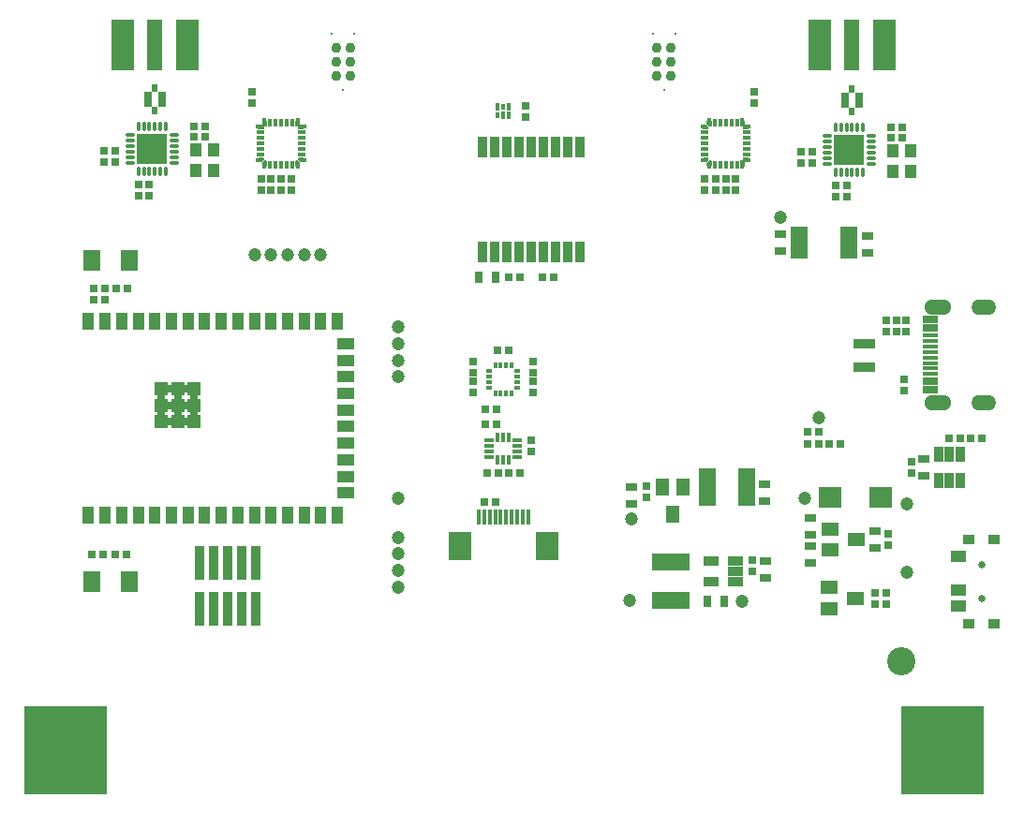
<source format=gbs>
G04*
G04 #@! TF.GenerationSoftware,Altium Limited,Altium Designer,22.1.2 (22)*
G04*
G04 Layer_Color=16711935*
%FSLAX25Y25*%
%MOIN*%
G70*
G04*
G04 #@! TF.SameCoordinates,C32A1214-328F-4996-A91D-0F4ED86882B3*
G04*
G04*
G04 #@! TF.FilePolarity,Negative*
G04*
G01*
G75*
%ADD23R,0.08465X0.18307*%
%ADD27C,0.02953*%
%ADD28C,0.00984*%
%ADD29C,0.02559*%
%ADD30O,0.08858X0.05315*%
%ADD31O,0.09646X0.05315*%
%ADD32C,0.00591*%
%ADD33C,0.10039*%
%ADD98R,0.04921X0.04921*%
%ADD99R,0.04134X0.06496*%
%ADD100R,0.06496X0.04134*%
%ADD101R,0.02591X0.02991*%
%ADD102R,0.01968X0.01772*%
%ADD103R,0.02756X0.01772*%
%ADD104R,0.01772X0.01968*%
%ADD105R,0.01772X0.02756*%
%ADD106R,0.11142X0.11142*%
%ADD107O,0.01457X0.03347*%
%ADD108O,0.03347X0.01457*%
%ADD109R,0.04134X0.04528*%
%ADD110R,0.02756X0.05512*%
%ADD111R,0.01968X0.02756*%
%ADD112R,0.02991X0.02591*%
%ADD113R,0.01772X0.02362*%
%ADD114R,0.02362X0.01772*%
%ADD115R,0.03248X0.01575*%
%ADD116R,0.01575X0.03248*%
%ADD117C,0.03689*%
%ADD118R,0.04091X0.03091*%
%ADD119C,0.04737*%
%ADD120R,0.03091X0.04091*%
%ADD121R,0.05315X0.03347*%
%ADD122R,0.06496X0.11614*%
%ADD123R,0.13583X0.06102*%
%ADD124R,0.03347X0.05315*%
%ADD125R,0.04528X0.06496*%
%ADD126R,0.06102X0.13583*%
%ADD127R,0.06496X0.04528*%
%ADD128R,0.08465X0.07677*%
%ADD129R,0.04370X0.03740*%
%ADD130R,0.05512X0.04134*%
%ADD131R,0.05512X0.02953*%
%ADD132R,0.05512X0.01772*%
%ADD133R,0.03550X0.12211*%
%ADD134R,0.02559X0.03740*%
%ADD135R,0.06102X0.07284*%
%ADD136R,0.01378X0.02559*%
%ADD137R,0.01378X0.02362*%
%ADD138R,0.03347X0.07677*%
%ADD139R,0.03740X0.07677*%
%ADD140R,0.29528X0.31181*%
%ADD141R,0.08465X0.10433*%
%ADD142R,0.01772X0.05512*%
%ADD143R,0.05315X0.18307*%
G36*
X91680Y257182D02*
X91725Y257172D01*
X91768Y257154D01*
X91808Y257129D01*
X91843Y257099D01*
X91874Y257064D01*
X91898Y257024D01*
X91916Y256981D01*
X91926Y256936D01*
X91930Y256890D01*
Y256299D01*
X91926Y256253D01*
X91916Y256208D01*
X91903Y256177D01*
X91898Y256165D01*
X91874Y256125D01*
X91843Y256090D01*
X91253Y255499D01*
X91217Y255469D01*
X91178Y255445D01*
X91135Y255427D01*
X91090Y255416D01*
X91043Y255413D01*
X90158D01*
X90111Y255416D01*
X90066Y255427D01*
X90023Y255445D01*
X89983Y255469D01*
X89948Y255499D01*
X89918Y255535D01*
X89894Y255574D01*
X89876Y255617D01*
X89865Y255662D01*
X89861Y255709D01*
Y256890D01*
X89865Y256936D01*
X89876Y256981D01*
X89894Y257024D01*
X89918Y257064D01*
X89948Y257099D01*
X89983Y257129D01*
X90023Y257154D01*
X90066Y257172D01*
X90111Y257182D01*
X90158Y257186D01*
X91634D01*
X91680Y257182D01*
D02*
G37*
G36*
X92763Y256100D02*
X92808Y256089D01*
X92851Y256071D01*
X92891Y256047D01*
X92926Y256016D01*
X92956Y255981D01*
X92980Y255942D01*
X92998Y255899D01*
X93009Y255853D01*
X93013Y255807D01*
Y254331D01*
X93009Y254284D01*
X92998Y254239D01*
X92980Y254196D01*
X92956Y254157D01*
X92926Y254121D01*
X92891Y254091D01*
X92851Y254067D01*
X92808Y254049D01*
X92763Y254038D01*
X92716Y254034D01*
X91535D01*
X91489Y254038D01*
X91444Y254049D01*
X91401Y254067D01*
X91361Y254091D01*
X91326Y254121D01*
X91296Y254157D01*
X91272Y254196D01*
X91254Y254239D01*
X91243Y254284D01*
X91239Y254331D01*
Y255217D01*
X91243Y255263D01*
X91254Y255308D01*
X91272Y255351D01*
X91296Y255391D01*
X91326Y255426D01*
X91917Y256016D01*
X91952Y256047D01*
X91992Y256071D01*
X92004Y256076D01*
X92035Y256089D01*
X92080Y256100D01*
X92126Y256103D01*
X92716D01*
X92763Y256100D01*
D02*
G37*
G36*
Y270371D02*
X92808Y270360D01*
X92851Y270343D01*
X92891Y270318D01*
X92926Y270288D01*
X92956Y270253D01*
X92980Y270213D01*
X92998Y270170D01*
X93009Y270125D01*
X93013Y270079D01*
Y268602D01*
X93009Y268556D01*
X92998Y268511D01*
X92980Y268468D01*
X92956Y268428D01*
X92926Y268393D01*
X92891Y268363D01*
X92851Y268338D01*
X92808Y268321D01*
X92763Y268310D01*
X92716Y268306D01*
X92126D01*
X92080Y268310D01*
X92035Y268321D01*
X92004Y268333D01*
X91992Y268338D01*
X91952Y268363D01*
X91917Y268393D01*
X91326Y268984D01*
X91296Y269019D01*
X91272Y269058D01*
X91254Y269101D01*
X91243Y269147D01*
X91239Y269193D01*
Y270079D01*
X91243Y270125D01*
X91254Y270170D01*
X91272Y270213D01*
X91296Y270253D01*
X91326Y270288D01*
X91361Y270318D01*
X91401Y270343D01*
X91444Y270360D01*
X91489Y270371D01*
X91535Y270375D01*
X92716D01*
X92763Y270371D01*
D02*
G37*
G36*
X91090Y268993D02*
X91135Y268983D01*
X91178Y268965D01*
X91217Y268940D01*
X91253Y268910D01*
X91843Y268320D01*
X91874Y268284D01*
X91898Y268245D01*
X91903Y268232D01*
X91916Y268202D01*
X91926Y268157D01*
X91930Y268110D01*
Y267520D01*
X91926Y267473D01*
X91916Y267428D01*
X91898Y267385D01*
X91874Y267346D01*
X91843Y267310D01*
X91808Y267280D01*
X91768Y267256D01*
X91725Y267238D01*
X91680Y267227D01*
X91634Y267224D01*
X90158D01*
X90111Y267227D01*
X90066Y267238D01*
X90023Y267256D01*
X89983Y267280D01*
X89948Y267310D01*
X89918Y267346D01*
X89894Y267385D01*
X89876Y267428D01*
X89865Y267473D01*
X89861Y267520D01*
Y268701D01*
X89865Y268747D01*
X89876Y268792D01*
X89894Y268835D01*
X89918Y268875D01*
X89948Y268910D01*
X89983Y268940D01*
X90023Y268965D01*
X90066Y268983D01*
X90111Y268993D01*
X90158Y268997D01*
X91043D01*
X91090Y268993D01*
D02*
G37*
G36*
X105952Y257182D02*
X105997Y257172D01*
X106040Y257154D01*
X106080Y257129D01*
X106115Y257099D01*
X106145Y257064D01*
X106169Y257024D01*
X106187Y256981D01*
X106198Y256936D01*
X106202Y256890D01*
Y255709D01*
X106198Y255662D01*
X106187Y255617D01*
X106169Y255574D01*
X106145Y255535D01*
X106115Y255499D01*
X106080Y255469D01*
X106040Y255445D01*
X105997Y255427D01*
X105952Y255416D01*
X105905Y255413D01*
X105020D01*
X104973Y255416D01*
X104928Y255427D01*
X104885Y255445D01*
X104846Y255469D01*
X104810Y255499D01*
X104220Y256090D01*
X104190Y256125D01*
X104165Y256165D01*
X104160Y256177D01*
X104147Y256208D01*
X104137Y256253D01*
X104133Y256299D01*
Y256890D01*
X104137Y256936D01*
X104148Y256981D01*
X104165Y257024D01*
X104190Y257064D01*
X104220Y257099D01*
X104255Y257129D01*
X104295Y257154D01*
X104338Y257172D01*
X104383Y257182D01*
X104429Y257186D01*
X105905D01*
X105952Y257182D01*
D02*
G37*
G36*
X103983Y256100D02*
X104028Y256089D01*
X104059Y256076D01*
X104071Y256071D01*
X104111Y256047D01*
X104147Y256016D01*
X104737Y255426D01*
X104767Y255391D01*
X104791Y255351D01*
X104809Y255308D01*
X104820Y255263D01*
X104824Y255217D01*
Y254331D01*
X104820Y254284D01*
X104809Y254239D01*
X104791Y254196D01*
X104767Y254157D01*
X104737Y254121D01*
X104702Y254091D01*
X104662Y254067D01*
X104619Y254049D01*
X104574Y254038D01*
X104528Y254034D01*
X103347D01*
X103300Y254038D01*
X103255Y254049D01*
X103212Y254067D01*
X103172Y254091D01*
X103137Y254121D01*
X103107Y254157D01*
X103083Y254196D01*
X103065Y254239D01*
X103054Y254284D01*
X103050Y254331D01*
Y255807D01*
X103054Y255853D01*
X103065Y255899D01*
X103083Y255942D01*
X103107Y255981D01*
X103137Y256016D01*
X103172Y256047D01*
X103212Y256071D01*
X103255Y256089D01*
X103300Y256100D01*
X103347Y256103D01*
X103937D01*
X103983Y256100D01*
D02*
G37*
G36*
X104574Y270371D02*
X104619Y270360D01*
X104662Y270343D01*
X104702Y270318D01*
X104737Y270288D01*
X104767Y270253D01*
X104791Y270213D01*
X104809Y270170D01*
X104820Y270125D01*
X104824Y270079D01*
Y269193D01*
X104820Y269147D01*
X104809Y269101D01*
X104791Y269058D01*
X104767Y269019D01*
X104737Y268984D01*
X104147Y268393D01*
X104111Y268363D01*
X104071Y268338D01*
X104059Y268333D01*
X104028Y268321D01*
X103983Y268310D01*
X103937Y268306D01*
X103347D01*
X103300Y268310D01*
X103255Y268321D01*
X103212Y268338D01*
X103172Y268363D01*
X103137Y268393D01*
X103107Y268428D01*
X103083Y268468D01*
X103065Y268511D01*
X103054Y268556D01*
X103050Y268602D01*
Y270079D01*
X103054Y270125D01*
X103065Y270170D01*
X103083Y270213D01*
X103107Y270253D01*
X103137Y270288D01*
X103172Y270318D01*
X103212Y270343D01*
X103255Y270360D01*
X103300Y270371D01*
X103347Y270375D01*
X104528D01*
X104574Y270371D01*
D02*
G37*
G36*
X105952Y268993D02*
X105997Y268983D01*
X106040Y268965D01*
X106080Y268940D01*
X106115Y268910D01*
X106145Y268875D01*
X106169Y268835D01*
X106187Y268792D01*
X106198Y268747D01*
X106202Y268701D01*
Y267520D01*
X106198Y267473D01*
X106187Y267428D01*
X106169Y267385D01*
X106145Y267346D01*
X106115Y267310D01*
X106080Y267280D01*
X106040Y267256D01*
X105997Y267238D01*
X105952Y267227D01*
X105905Y267224D01*
X104429D01*
X104383Y267227D01*
X104338Y267238D01*
X104295Y267256D01*
X104255Y267280D01*
X104220Y267310D01*
X104190Y267346D01*
X104165Y267385D01*
X104148Y267428D01*
X104137Y267473D01*
X104133Y267520D01*
Y268110D01*
X104137Y268157D01*
X104147Y268202D01*
X104160Y268232D01*
X104165Y268245D01*
X104190Y268284D01*
X104220Y268320D01*
X104810Y268910D01*
X104846Y268940D01*
X104885Y268965D01*
X104928Y268983D01*
X104973Y268993D01*
X105020Y268997D01*
X105905D01*
X105952Y268993D01*
D02*
G37*
G36*
X249948Y257182D02*
X249993Y257172D01*
X250036Y257154D01*
X250076Y257129D01*
X250111Y257099D01*
X250141Y257064D01*
X250166Y257024D01*
X250183Y256981D01*
X250194Y256936D01*
X250198Y256890D01*
Y256299D01*
X250194Y256253D01*
X250183Y256208D01*
X250171Y256177D01*
X250166Y256165D01*
X250141Y256125D01*
X250111Y256090D01*
X249520Y255499D01*
X249485Y255469D01*
X249446Y255445D01*
X249403Y255427D01*
X249357Y255416D01*
X249311Y255413D01*
X248425D01*
X248379Y255416D01*
X248334Y255427D01*
X248291Y255445D01*
X248251Y255469D01*
X248216Y255499D01*
X248186Y255535D01*
X248161Y255574D01*
X248144Y255617D01*
X248133Y255662D01*
X248129Y255709D01*
Y256890D01*
X248133Y256936D01*
X248144Y256981D01*
X248161Y257024D01*
X248186Y257064D01*
X248216Y257099D01*
X248251Y257129D01*
X248291Y257154D01*
X248334Y257172D01*
X248379Y257182D01*
X248425Y257186D01*
X249902D01*
X249948Y257182D01*
D02*
G37*
G36*
X251031Y256100D02*
X251076Y256089D01*
X251119Y256071D01*
X251158Y256047D01*
X251194Y256016D01*
X251224Y255981D01*
X251248Y255942D01*
X251266Y255899D01*
X251277Y255853D01*
X251280Y255807D01*
Y254331D01*
X251277Y254284D01*
X251266Y254239D01*
X251248Y254196D01*
X251224Y254157D01*
X251194Y254121D01*
X251158Y254091D01*
X251119Y254067D01*
X251076Y254049D01*
X251031Y254038D01*
X250984Y254034D01*
X249803D01*
X249757Y254038D01*
X249712Y254049D01*
X249669Y254067D01*
X249629Y254091D01*
X249594Y254121D01*
X249564Y254157D01*
X249539Y254196D01*
X249521Y254239D01*
X249511Y254284D01*
X249507Y254331D01*
Y255217D01*
X249511Y255263D01*
X249521Y255308D01*
X249539Y255351D01*
X249564Y255391D01*
X249594Y255426D01*
X250184Y256016D01*
X250220Y256047D01*
X250259Y256071D01*
X250272Y256076D01*
X250302Y256089D01*
X250347Y256100D01*
X250394Y256103D01*
X250984D01*
X251031Y256100D01*
D02*
G37*
G36*
Y270371D02*
X251076Y270360D01*
X251119Y270343D01*
X251158Y270318D01*
X251194Y270288D01*
X251224Y270253D01*
X251248Y270213D01*
X251266Y270170D01*
X251277Y270125D01*
X251280Y270079D01*
Y268602D01*
X251277Y268556D01*
X251266Y268511D01*
X251248Y268468D01*
X251224Y268428D01*
X251194Y268393D01*
X251158Y268363D01*
X251119Y268338D01*
X251076Y268321D01*
X251031Y268310D01*
X250984Y268306D01*
X250394D01*
X250347Y268310D01*
X250302Y268321D01*
X250272Y268333D01*
X250259Y268338D01*
X250220Y268363D01*
X250184Y268393D01*
X249594Y268984D01*
X249564Y269019D01*
X249539Y269058D01*
X249521Y269101D01*
X249511Y269147D01*
X249507Y269193D01*
Y270079D01*
X249511Y270125D01*
X249521Y270170D01*
X249539Y270213D01*
X249564Y270253D01*
X249594Y270288D01*
X249629Y270318D01*
X249669Y270343D01*
X249712Y270360D01*
X249757Y270371D01*
X249803Y270375D01*
X250984D01*
X251031Y270371D01*
D02*
G37*
G36*
X249357Y268993D02*
X249403Y268983D01*
X249446Y268965D01*
X249485Y268940D01*
X249520Y268910D01*
X250111Y268320D01*
X250141Y268284D01*
X250166Y268245D01*
X250171Y268232D01*
X250183Y268202D01*
X250194Y268157D01*
X250198Y268110D01*
Y267520D01*
X250194Y267473D01*
X250183Y267428D01*
X250166Y267385D01*
X250141Y267346D01*
X250111Y267310D01*
X250076Y267280D01*
X250036Y267256D01*
X249993Y267238D01*
X249948Y267227D01*
X249902Y267224D01*
X248425D01*
X248379Y267227D01*
X248334Y267238D01*
X248291Y267256D01*
X248251Y267280D01*
X248216Y267310D01*
X248186Y267346D01*
X248161Y267385D01*
X248144Y267428D01*
X248133Y267473D01*
X248129Y267520D01*
Y268701D01*
X248133Y268747D01*
X248144Y268792D01*
X248161Y268835D01*
X248186Y268875D01*
X248216Y268910D01*
X248251Y268940D01*
X248291Y268965D01*
X248334Y268983D01*
X248379Y268993D01*
X248425Y268997D01*
X249311D01*
X249357Y268993D01*
D02*
G37*
G36*
X264220Y257182D02*
X264265Y257172D01*
X264308Y257154D01*
X264347Y257129D01*
X264383Y257099D01*
X264413Y257064D01*
X264437Y257024D01*
X264455Y256981D01*
X264466Y256936D01*
X264469Y256890D01*
Y255709D01*
X264466Y255662D01*
X264455Y255617D01*
X264437Y255574D01*
X264413Y255535D01*
X264383Y255499D01*
X264347Y255469D01*
X264308Y255445D01*
X264265Y255427D01*
X264220Y255416D01*
X264173Y255413D01*
X263287D01*
X263241Y255416D01*
X263196Y255427D01*
X263153Y255445D01*
X263113Y255469D01*
X263078Y255499D01*
X262487Y256090D01*
X262457Y256125D01*
X262433Y256165D01*
X262428Y256177D01*
X262415Y256208D01*
X262404Y256253D01*
X262401Y256299D01*
Y256890D01*
X262404Y256936D01*
X262415Y256981D01*
X262433Y257024D01*
X262457Y257064D01*
X262487Y257099D01*
X262523Y257129D01*
X262562Y257154D01*
X262605Y257172D01*
X262650Y257182D01*
X262697Y257186D01*
X264173D01*
X264220Y257182D01*
D02*
G37*
G36*
X262251Y256100D02*
X262296Y256089D01*
X262327Y256076D01*
X262339Y256071D01*
X262379Y256047D01*
X262414Y256016D01*
X263005Y255426D01*
X263035Y255391D01*
X263059Y255351D01*
X263077Y255308D01*
X263088Y255263D01*
X263091Y255217D01*
Y254331D01*
X263088Y254284D01*
X263077Y254239D01*
X263059Y254196D01*
X263035Y254157D01*
X263005Y254121D01*
X262969Y254091D01*
X262930Y254067D01*
X262887Y254049D01*
X262842Y254038D01*
X262795Y254034D01*
X261614D01*
X261568Y254038D01*
X261523Y254049D01*
X261480Y254067D01*
X261440Y254091D01*
X261405Y254121D01*
X261375Y254157D01*
X261350Y254196D01*
X261333Y254239D01*
X261322Y254284D01*
X261318Y254331D01*
Y255807D01*
X261322Y255853D01*
X261333Y255899D01*
X261350Y255942D01*
X261375Y255981D01*
X261405Y256016D01*
X261440Y256047D01*
X261480Y256071D01*
X261523Y256089D01*
X261568Y256100D01*
X261614Y256103D01*
X262205D01*
X262251Y256100D01*
D02*
G37*
G36*
X262842Y270371D02*
X262887Y270360D01*
X262930Y270343D01*
X262969Y270318D01*
X263005Y270288D01*
X263035Y270253D01*
X263059Y270213D01*
X263077Y270170D01*
X263088Y270125D01*
X263091Y270079D01*
Y269193D01*
X263088Y269147D01*
X263077Y269101D01*
X263059Y269058D01*
X263035Y269019D01*
X263005Y268984D01*
X262414Y268393D01*
X262379Y268363D01*
X262339Y268338D01*
X262327Y268333D01*
X262296Y268321D01*
X262251Y268310D01*
X262205Y268306D01*
X261614D01*
X261568Y268310D01*
X261523Y268321D01*
X261480Y268338D01*
X261440Y268363D01*
X261405Y268393D01*
X261375Y268428D01*
X261350Y268468D01*
X261333Y268511D01*
X261322Y268556D01*
X261318Y268602D01*
Y270079D01*
X261322Y270125D01*
X261333Y270170D01*
X261350Y270213D01*
X261375Y270253D01*
X261405Y270288D01*
X261440Y270318D01*
X261480Y270343D01*
X261523Y270360D01*
X261568Y270371D01*
X261614Y270375D01*
X262795D01*
X262842Y270371D01*
D02*
G37*
G36*
X264220Y268993D02*
X264265Y268983D01*
X264308Y268965D01*
X264347Y268940D01*
X264383Y268910D01*
X264413Y268875D01*
X264437Y268835D01*
X264455Y268792D01*
X264466Y268747D01*
X264469Y268701D01*
Y267520D01*
X264466Y267473D01*
X264455Y267428D01*
X264437Y267385D01*
X264413Y267346D01*
X264383Y267310D01*
X264347Y267280D01*
X264308Y267256D01*
X264265Y267238D01*
X264220Y267227D01*
X264173Y267224D01*
X262697D01*
X262650Y267227D01*
X262605Y267238D01*
X262562Y267256D01*
X262523Y267280D01*
X262487Y267310D01*
X262457Y267346D01*
X262433Y267385D01*
X262415Y267428D01*
X262404Y267473D01*
X262401Y267520D01*
Y268110D01*
X262404Y268157D01*
X262415Y268202D01*
X262428Y268232D01*
X262433Y268245D01*
X262457Y268284D01*
X262487Y268320D01*
X263078Y268910D01*
X263113Y268940D01*
X263153Y268965D01*
X263196Y268983D01*
X263241Y268993D01*
X263287Y268997D01*
X264173D01*
X264220Y268993D01*
D02*
G37*
D23*
X64567Y297244D02*
D03*
X41732D02*
D03*
X312598D02*
D03*
X289764D02*
D03*
D27*
X58268Y169055D02*
D03*
Y174961D02*
D03*
Y163150D02*
D03*
X64173Y174961D02*
D03*
Y169055D02*
D03*
Y163150D02*
D03*
X55315Y172008D02*
D03*
Y166102D02*
D03*
X61221Y172008D02*
D03*
Y166102D02*
D03*
X67126Y172008D02*
D03*
Y166102D02*
D03*
D28*
X230252Y301102D02*
D03*
X238252D02*
D03*
X234252Y281102D02*
D03*
X116079Y301102D02*
D03*
X124079D02*
D03*
X120079Y281102D02*
D03*
D29*
X347244Y100394D02*
D03*
Y112205D02*
D03*
D30*
X348130Y170000D02*
D03*
Y204016D02*
D03*
D31*
X331673Y170000D02*
D03*
Y204016D02*
D03*
D32*
X333642Y198386D02*
D03*
Y175630D02*
D03*
X103715Y43923D02*
D03*
X93136Y54502D02*
D03*
D33*
X318618Y77886D02*
D03*
D98*
X61221Y169055D02*
D03*
Y174961D02*
D03*
Y163150D02*
D03*
X67126Y174961D02*
D03*
Y169055D02*
D03*
Y163150D02*
D03*
X55315Y174961D02*
D03*
Y169055D02*
D03*
Y163150D02*
D03*
D99*
X29528Y198819D02*
D03*
X35433D02*
D03*
X41339D02*
D03*
X47244D02*
D03*
X53150D02*
D03*
X59055D02*
D03*
X64961D02*
D03*
X70866D02*
D03*
X76772D02*
D03*
X82677D02*
D03*
X88583D02*
D03*
X94488D02*
D03*
X100394D02*
D03*
X106299D02*
D03*
X112205D02*
D03*
X118110D02*
D03*
X29528Y129921D02*
D03*
X35433D02*
D03*
X41339D02*
D03*
X47244D02*
D03*
X53150D02*
D03*
X59055D02*
D03*
X64961D02*
D03*
X70866D02*
D03*
X76772D02*
D03*
X82677D02*
D03*
X88583D02*
D03*
X94488D02*
D03*
X100394D02*
D03*
X106299D02*
D03*
X112205D02*
D03*
X118110D02*
D03*
D100*
X121063Y190945D02*
D03*
Y185039D02*
D03*
Y179134D02*
D03*
Y173228D02*
D03*
Y167323D02*
D03*
Y161417D02*
D03*
Y155512D02*
D03*
Y149606D02*
D03*
Y143701D02*
D03*
Y137795D02*
D03*
D101*
X42945Y115748D02*
D03*
X38945D02*
D03*
X66898Y268110D02*
D03*
X70898D02*
D03*
Y264567D02*
D03*
X66898D02*
D03*
X174835Y162205D02*
D03*
X170835D02*
D03*
X171228Y144882D02*
D03*
X175228D02*
D03*
X183102D02*
D03*
X179102D02*
D03*
X179165Y188583D02*
D03*
X175165D02*
D03*
X174835Y167717D02*
D03*
X170835D02*
D03*
X314929Y264272D02*
D03*
X318929D02*
D03*
X314929Y267815D02*
D03*
X318929D02*
D03*
X343276Y157087D02*
D03*
X347276D02*
D03*
X335795D02*
D03*
X339795D02*
D03*
X292882Y155118D02*
D03*
X296882D02*
D03*
X285402Y159449D02*
D03*
X289402D02*
D03*
Y155118D02*
D03*
X285402D02*
D03*
X34677Y115748D02*
D03*
X30677D02*
D03*
X35465Y210630D02*
D03*
X31465D02*
D03*
X35465Y206693D02*
D03*
X31465D02*
D03*
X43339Y210630D02*
D03*
X39339D02*
D03*
X179102Y214567D02*
D03*
X183102D02*
D03*
X194913D02*
D03*
X190913D02*
D03*
X170441Y134646D02*
D03*
X174441D02*
D03*
D102*
X264173Y256299D02*
D03*
Y268110D02*
D03*
X248425D02*
D03*
Y256299D02*
D03*
X105905D02*
D03*
Y268110D02*
D03*
X90158D02*
D03*
Y256299D02*
D03*
D103*
X263779Y258268D02*
D03*
Y260236D02*
D03*
Y262205D02*
D03*
Y264173D02*
D03*
Y266142D02*
D03*
X248819D02*
D03*
Y264173D02*
D03*
Y262205D02*
D03*
Y260236D02*
D03*
Y258268D02*
D03*
X105512D02*
D03*
Y260236D02*
D03*
Y262205D02*
D03*
Y264173D02*
D03*
Y266142D02*
D03*
X90551D02*
D03*
Y264173D02*
D03*
Y262205D02*
D03*
Y260236D02*
D03*
Y258268D02*
D03*
D104*
X262205Y270079D02*
D03*
X250394D02*
D03*
Y254331D02*
D03*
X262205D02*
D03*
X103937Y270079D02*
D03*
X92126D02*
D03*
Y254331D02*
D03*
X103937D02*
D03*
D105*
X260236Y269685D02*
D03*
X258268D02*
D03*
X256299D02*
D03*
X254331D02*
D03*
X252362D02*
D03*
Y254724D02*
D03*
X254331D02*
D03*
X256299D02*
D03*
X258268D02*
D03*
X260236D02*
D03*
X101969Y269685D02*
D03*
X100000D02*
D03*
X98032D02*
D03*
X96063D02*
D03*
X94095D02*
D03*
Y254724D02*
D03*
X96063D02*
D03*
X98032D02*
D03*
X100000D02*
D03*
X101969D02*
D03*
D106*
X52165Y260236D02*
D03*
X300197Y259941D02*
D03*
D107*
X57087Y268110D02*
D03*
X55118D02*
D03*
X53150D02*
D03*
X51181D02*
D03*
X49213D02*
D03*
X47244D02*
D03*
Y252362D02*
D03*
X49213D02*
D03*
X51181D02*
D03*
X53150D02*
D03*
X55118D02*
D03*
X57087D02*
D03*
X305118Y252067D02*
D03*
X303150D02*
D03*
X301181D02*
D03*
X299213D02*
D03*
X297244D02*
D03*
X295276D02*
D03*
Y267815D02*
D03*
X297244D02*
D03*
X299213D02*
D03*
X301181D02*
D03*
X303150D02*
D03*
X305118D02*
D03*
D108*
X44291Y265158D02*
D03*
Y263189D02*
D03*
Y261221D02*
D03*
Y259252D02*
D03*
Y257283D02*
D03*
Y255315D02*
D03*
X60039D02*
D03*
Y257283D02*
D03*
Y259252D02*
D03*
Y261221D02*
D03*
Y263189D02*
D03*
Y265158D02*
D03*
X308071Y264862D02*
D03*
Y262894D02*
D03*
Y260925D02*
D03*
Y258957D02*
D03*
Y256988D02*
D03*
Y255020D02*
D03*
X292323D02*
D03*
Y256988D02*
D03*
Y258957D02*
D03*
Y260925D02*
D03*
Y262894D02*
D03*
Y264862D02*
D03*
D109*
X67766Y259941D02*
D03*
X73966Y252658D02*
D03*
X67766D02*
D03*
X73966Y259941D02*
D03*
X321998Y259646D02*
D03*
X315797Y252362D02*
D03*
X321998D02*
D03*
X315797Y259646D02*
D03*
D110*
X50591Y277953D02*
D03*
X55709D02*
D03*
X303740Y277658D02*
D03*
X298622D02*
D03*
D111*
X53150Y281988D02*
D03*
Y273917D02*
D03*
X301181Y273622D02*
D03*
Y281693D02*
D03*
D112*
X38976Y255480D02*
D03*
Y259480D02*
D03*
X35039Y255480D02*
D03*
Y259480D02*
D03*
X47244Y243669D02*
D03*
Y247669D02*
D03*
X51181Y243669D02*
D03*
Y247669D02*
D03*
X309449Y102394D02*
D03*
Y98394D02*
D03*
X187795Y177591D02*
D03*
Y173591D02*
D03*
X166535Y184677D02*
D03*
Y180677D02*
D03*
X187795D02*
D03*
Y184677D02*
D03*
X166535Y177591D02*
D03*
Y173591D02*
D03*
X187008Y152724D02*
D03*
Y156724D02*
D03*
X256299Y249638D02*
D03*
Y245638D02*
D03*
X259842Y249638D02*
D03*
Y245638D02*
D03*
X248819Y249638D02*
D03*
Y245638D02*
D03*
X266535Y280740D02*
D03*
Y276740D02*
D03*
X252756Y249638D02*
D03*
Y245638D02*
D03*
X299213Y247374D02*
D03*
Y243374D02*
D03*
X295276Y247374D02*
D03*
Y243374D02*
D03*
X283071Y259185D02*
D03*
Y255185D02*
D03*
X287008Y259185D02*
D03*
Y255185D02*
D03*
X87795Y280740D02*
D03*
Y276740D02*
D03*
X94488Y249638D02*
D03*
Y245638D02*
D03*
X98032Y249638D02*
D03*
Y245638D02*
D03*
X101575Y249638D02*
D03*
Y245638D02*
D03*
X90945Y249638D02*
D03*
Y245638D02*
D03*
X313386Y102394D02*
D03*
Y98394D02*
D03*
X265748Y113811D02*
D03*
Y109811D02*
D03*
X322441Y148850D02*
D03*
Y144850D02*
D03*
X227953Y136189D02*
D03*
Y140189D02*
D03*
X314173Y119260D02*
D03*
Y123260D02*
D03*
X316929Y199244D02*
D03*
Y195244D02*
D03*
X319685Y174378D02*
D03*
Y178378D02*
D03*
X320472Y199244D02*
D03*
Y195244D02*
D03*
X313386D02*
D03*
Y199244D02*
D03*
X185039Y271622D02*
D03*
Y275622D02*
D03*
D113*
X178150Y173327D02*
D03*
X176181D02*
D03*
X174213D02*
D03*
Y183366D02*
D03*
X176181D02*
D03*
X180118D02*
D03*
X178150D02*
D03*
X180118Y173327D02*
D03*
D114*
X172146Y175394D02*
D03*
Y177362D02*
D03*
Y179331D02*
D03*
Y181299D02*
D03*
X182185Y181299D02*
D03*
Y179331D02*
D03*
Y177362D02*
D03*
Y175394D02*
D03*
D115*
X172195Y156496D02*
D03*
Y154528D02*
D03*
Y152559D02*
D03*
Y150591D02*
D03*
X182136D02*
D03*
Y152559D02*
D03*
Y154528D02*
D03*
Y156496D02*
D03*
D116*
X177165Y157496D02*
D03*
X175197D02*
D03*
X179134D02*
D03*
Y149591D02*
D03*
X175197D02*
D03*
X177165D02*
D03*
D117*
X236752Y296102D02*
D03*
X231752D02*
D03*
X236752Y291102D02*
D03*
X231752D02*
D03*
X236752Y286102D02*
D03*
X231752D02*
D03*
X122579Y296102D02*
D03*
X117579D02*
D03*
X122579Y291102D02*
D03*
X117579D02*
D03*
X122579Y286102D02*
D03*
X117579D02*
D03*
D118*
X275591Y229772D02*
D03*
Y223772D02*
D03*
X306693Y229378D02*
D03*
Y223378D02*
D03*
X270472Y107630D02*
D03*
Y113630D02*
D03*
X326772Y143850D02*
D03*
Y149850D02*
D03*
X270079Y134795D02*
D03*
Y140795D02*
D03*
X222835Y140008D02*
D03*
Y134008D02*
D03*
X286221Y122984D02*
D03*
Y128984D02*
D03*
X309449Y124260D02*
D03*
Y118260D02*
D03*
X286221Y112748D02*
D03*
Y118748D02*
D03*
D119*
X106299Y222441D02*
D03*
X112205D02*
D03*
X139764Y190945D02*
D03*
Y122047D02*
D03*
Y196850D02*
D03*
Y116142D02*
D03*
Y185039D02*
D03*
Y110236D02*
D03*
Y104331D02*
D03*
X320866Y133858D02*
D03*
X275591Y235827D02*
D03*
X139764Y135827D02*
D03*
Y179134D02*
D03*
X88583Y222441D02*
D03*
X94488D02*
D03*
X100394D02*
D03*
X320866Y109449D02*
D03*
X262205Y99213D02*
D03*
X222047Y99606D02*
D03*
X284252Y135827D02*
D03*
X222835Y128740D02*
D03*
X289370Y164567D02*
D03*
D120*
X255756Y99213D02*
D03*
X249756D02*
D03*
X168260Y214567D02*
D03*
X174260D02*
D03*
D121*
X259842Y106102D02*
D03*
Y113583D02*
D03*
X251181Y113583D02*
D03*
Y106102D02*
D03*
X259842Y109843D02*
D03*
D122*
X300197Y226772D02*
D03*
X282480D02*
D03*
D123*
X236614Y113189D02*
D03*
Y99410D02*
D03*
D124*
X332087Y142126D02*
D03*
X339567D02*
D03*
Y151575D02*
D03*
X335827D02*
D03*
X332087D02*
D03*
X335827Y142126D02*
D03*
D125*
X237402Y130315D02*
D03*
X233661Y139764D02*
D03*
X241142D02*
D03*
D126*
X263583D02*
D03*
X249803D02*
D03*
D127*
X302362Y100394D02*
D03*
X292913Y96653D02*
D03*
Y104134D02*
D03*
X302756Y121260D02*
D03*
X293307Y117520D02*
D03*
Y125000D02*
D03*
D128*
Y136221D02*
D03*
X311417D02*
D03*
D129*
X351713Y91339D02*
D03*
X342776D02*
D03*
X351713Y121260D02*
D03*
X342776D02*
D03*
D130*
X339075Y97441D02*
D03*
Y103347D02*
D03*
Y115157D02*
D03*
D131*
X329035Y174409D02*
D03*
Y177559D02*
D03*
Y196457D02*
D03*
Y199606D02*
D03*
D132*
Y180118D02*
D03*
Y182087D02*
D03*
Y184055D02*
D03*
Y186024D02*
D03*
Y187992D02*
D03*
Y189961D02*
D03*
Y191929D02*
D03*
Y193898D02*
D03*
D133*
X68898Y112992D02*
D03*
Y96457D02*
D03*
X73898Y112992D02*
D03*
Y96457D02*
D03*
X78898Y112992D02*
D03*
Y96457D02*
D03*
X83898Y112992D02*
D03*
Y96457D02*
D03*
X88898Y112992D02*
D03*
Y96457D02*
D03*
D134*
X308071Y190748D02*
D03*
X302953D02*
D03*
X305511Y182480D02*
D03*
X308071D02*
D03*
X302953D02*
D03*
X305512Y190748D02*
D03*
D135*
X30709Y106299D02*
D03*
X44094D02*
D03*
X30709Y220472D02*
D03*
X44094D02*
D03*
D136*
X175197Y275098D02*
D03*
X179134D02*
D03*
Y272146D02*
D03*
X177165D02*
D03*
D137*
Y275098D02*
D03*
X175197Y272146D02*
D03*
D138*
X204331Y260827D02*
D03*
X169685D02*
D03*
Y223425D02*
D03*
X204331D02*
D03*
D139*
X200000Y260827D02*
D03*
X195669D02*
D03*
X191339D02*
D03*
X187008D02*
D03*
X182677D02*
D03*
X178347D02*
D03*
X174016D02*
D03*
Y223425D02*
D03*
X178347D02*
D03*
X182677D02*
D03*
X187008D02*
D03*
X191339D02*
D03*
X195669D02*
D03*
X200000D02*
D03*
D140*
X333539Y46390D02*
D03*
X21492D02*
D03*
D141*
X192677Y118947D02*
D03*
X161653D02*
D03*
D142*
X168307Y129085D02*
D03*
X170276D02*
D03*
X172244D02*
D03*
X174213D02*
D03*
X176181D02*
D03*
X178150D02*
D03*
X180118D02*
D03*
X182087D02*
D03*
X184055D02*
D03*
X186024D02*
D03*
D143*
X53150Y297244D02*
D03*
X301181D02*
D03*
M02*

</source>
